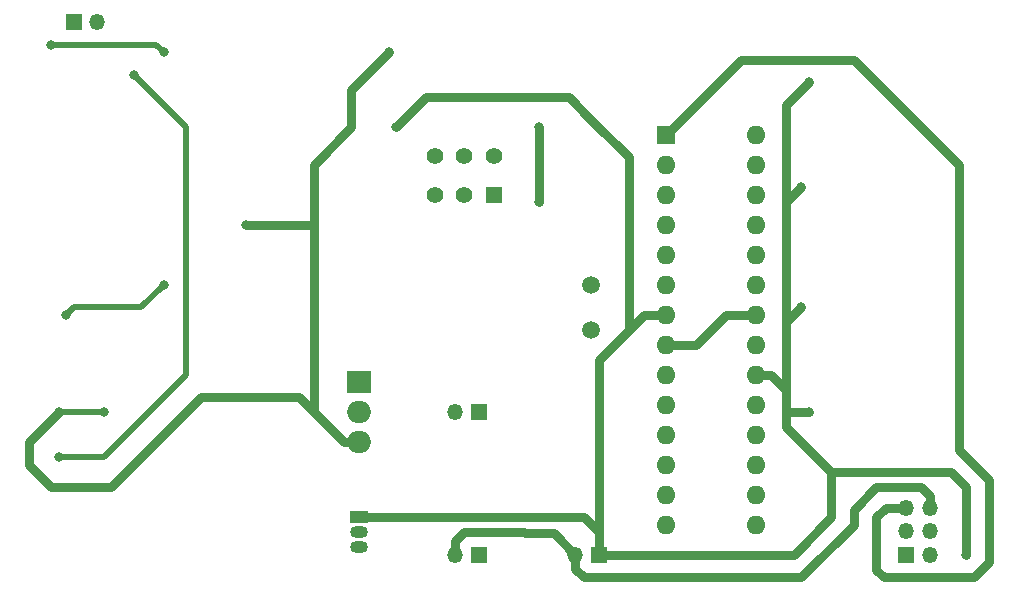
<source format=gbr>
%TF.GenerationSoftware,KiCad,Pcbnew,(5.1.6)-1*%
%TF.CreationDate,2020-08-22T17:33:05+07:00*%
%TF.ProjectId,PCB design,50434220-6465-4736-9967-6e2e6b696361,rev?*%
%TF.SameCoordinates,Original*%
%TF.FileFunction,Copper,L2,Bot*%
%TF.FilePolarity,Positive*%
%FSLAX46Y46*%
G04 Gerber Fmt 4.6, Leading zero omitted, Abs format (unit mm)*
G04 Created by KiCad (PCBNEW (5.1.6)-1) date 2020-08-22 17:33:05*
%MOMM*%
%LPD*%
G01*
G04 APERTURE LIST*
%TA.AperFunction,ComponentPad*%
%ADD10C,1.500000*%
%TD*%
%TA.AperFunction,ComponentPad*%
%ADD11C,1.400000*%
%TD*%
%TA.AperFunction,ComponentPad*%
%ADD12R,1.400000X1.400000*%
%TD*%
%TA.AperFunction,ComponentPad*%
%ADD13O,1.350000X1.350000*%
%TD*%
%TA.AperFunction,ComponentPad*%
%ADD14R,1.350000X1.350000*%
%TD*%
%TA.AperFunction,ComponentPad*%
%ADD15O,2.000000X1.905000*%
%TD*%
%TA.AperFunction,ComponentPad*%
%ADD16R,2.000000X1.905000*%
%TD*%
%TA.AperFunction,ComponentPad*%
%ADD17R,1.500000X1.050000*%
%TD*%
%TA.AperFunction,ComponentPad*%
%ADD18O,1.500000X1.050000*%
%TD*%
%TA.AperFunction,ComponentPad*%
%ADD19O,1.600000X1.600000*%
%TD*%
%TA.AperFunction,ComponentPad*%
%ADD20R,1.600000X1.600000*%
%TD*%
%TA.AperFunction,ViaPad*%
%ADD21C,0.800000*%
%TD*%
%TA.AperFunction,Conductor*%
%ADD22C,0.760000*%
%TD*%
%TA.AperFunction,Conductor*%
%ADD23C,0.500000*%
%TD*%
G04 APERTURE END LIST*
D10*
%TO.P,Y1,2*%
%TO.N,Net-(C1-Pad1)*%
X103505000Y-139075000D03*
%TO.P,Y1,1*%
%TO.N,Net-(C2-Pad1)*%
X103505000Y-142875000D03*
%TD*%
D11*
%TO.P,SW8,6*%
%TO.N,Net-(D2-Pad2)*%
X90250000Y-128145000D03*
%TO.P,SW8,5*%
%TO.N,Net-(Q1-Pad3)*%
X92750000Y-128145000D03*
%TO.P,SW8,4*%
%TO.N,/RX_ATMEGA*%
X95250000Y-128145000D03*
%TO.P,SW8,3*%
%TO.N,Net-(D1-Pad2)*%
X90250000Y-131445000D03*
%TO.P,SW8,2*%
%TO.N,Net-(Q2-Pad3)*%
X92750000Y-131445000D03*
D12*
%TO.P,SW8,1*%
%TO.N,/TX_ATMEGA*%
X95250000Y-131445000D03*
%TD*%
D13*
%TO.P,J6,2*%
%TO.N,/RX_ESP*%
X61690000Y-116840000D03*
D14*
%TO.P,J6,1*%
%TO.N,/TX_ESP*%
X59690000Y-116840000D03*
%TD*%
D15*
%TO.P,Q3,3*%
%TO.N,GND*%
X83820000Y-152400000D03*
%TO.P,Q3,2*%
%TO.N,Net-(J5-Pad2)*%
X83820000Y-149860000D03*
D16*
%TO.P,Q3,1*%
%TO.N,Net-(Q3-Pad1)*%
X83820000Y-147320000D03*
%TD*%
D13*
%TO.P,J5,2*%
%TO.N,Net-(J5-Pad2)*%
X91980000Y-149860000D03*
D14*
%TO.P,J5,1*%
%TO.N,+24V*%
X93980000Y-149860000D03*
%TD*%
D13*
%TO.P,J3,6*%
%TO.N,GND*%
X132175000Y-157925000D03*
%TO.P,J3,5*%
%TO.N,/RESET*%
X130175000Y-157925000D03*
%TO.P,J3,4*%
%TO.N,/MOSI*%
X132175000Y-159925000D03*
%TO.P,J3,3*%
%TO.N,/SCK*%
X130175000Y-159925000D03*
%TO.P,J3,2*%
%TO.N,+5V*%
X132175000Y-161925000D03*
D14*
%TO.P,J3,1*%
%TO.N,/MISO*%
X130175000Y-161925000D03*
%TD*%
D13*
%TO.P,J2,2*%
%TO.N,GND*%
X102140000Y-161925000D03*
D14*
%TO.P,J2,1*%
%TO.N,+5V*%
X104140000Y-161925000D03*
%TD*%
D13*
%TO.P,J1,2*%
%TO.N,GND*%
X91980000Y-161925000D03*
D14*
%TO.P,J1,1*%
%TO.N,+24V*%
X93980000Y-161925000D03*
%TD*%
D17*
%TO.P,U3,1*%
%TO.N,+5V*%
X83820000Y-158750000D03*
D18*
%TO.P,U3,3*%
%TO.N,+24V*%
X83820000Y-161290000D03*
%TO.P,U3,2*%
%TO.N,GND*%
X83820000Y-160020000D03*
%TD*%
D19*
%TO.P,U4,28*%
%TO.N,/BUTTON4*%
X117475000Y-126365000D03*
%TO.P,U4,14*%
%TO.N,Net-(U4-Pad14)*%
X109855000Y-159385000D03*
%TO.P,U4,27*%
%TO.N,/BUTTON3*%
X117475000Y-128905000D03*
%TO.P,U4,13*%
%TO.N,Net-(U4-Pad13)*%
X109855000Y-156845000D03*
%TO.P,U4,26*%
%TO.N,/BUTTON2*%
X117475000Y-131445000D03*
%TO.P,U4,12*%
%TO.N,/PWM*%
X109855000Y-154305000D03*
%TO.P,U4,25*%
%TO.N,/BUTTON1*%
X117475000Y-133985000D03*
%TO.P,U4,11*%
%TO.N,Net-(U4-Pad11)*%
X109855000Y-151765000D03*
%TO.P,U4,24*%
%TO.N,Net-(U4-Pad24)*%
X117475000Y-136525000D03*
%TO.P,U4,10*%
%TO.N,Net-(C2-Pad1)*%
X109855000Y-149225000D03*
%TO.P,U4,23*%
%TO.N,Net-(U4-Pad23)*%
X117475000Y-139065000D03*
%TO.P,U4,9*%
%TO.N,Net-(C1-Pad1)*%
X109855000Y-146685000D03*
%TO.P,U4,22*%
%TO.N,GND*%
X117475000Y-141605000D03*
%TO.P,U4,8*%
X109855000Y-144145000D03*
%TO.P,U4,21*%
%TO.N,Net-(U4-Pad21)*%
X117475000Y-144145000D03*
%TO.P,U4,7*%
%TO.N,+5V*%
X109855000Y-141605000D03*
%TO.P,U4,20*%
X117475000Y-146685000D03*
%TO.P,U4,6*%
%TO.N,Net-(U4-Pad6)*%
X109855000Y-139065000D03*
%TO.P,U4,19*%
%TO.N,/SCK*%
X117475000Y-149225000D03*
%TO.P,U4,5*%
%TO.N,Net-(U4-Pad5)*%
X109855000Y-136525000D03*
%TO.P,U4,18*%
%TO.N,/MISO*%
X117475000Y-151765000D03*
%TO.P,U4,4*%
%TO.N,Net-(U4-Pad4)*%
X109855000Y-133985000D03*
%TO.P,U4,17*%
%TO.N,/MOSI*%
X117475000Y-154305000D03*
%TO.P,U4,3*%
%TO.N,/TX_ATMEGA*%
X109855000Y-131445000D03*
%TO.P,U4,16*%
%TO.N,Net-(U4-Pad16)*%
X117475000Y-156845000D03*
%TO.P,U4,2*%
%TO.N,/RX_ATMEGA*%
X109855000Y-128905000D03*
%TO.P,U4,15*%
%TO.N,Net-(U4-Pad15)*%
X117475000Y-159385000D03*
D20*
%TO.P,U4,1*%
%TO.N,/RESET*%
X109855000Y-126365000D03*
%TD*%
D21*
%TO.N,GND*%
X58420000Y-149860000D03*
X62230000Y-149860000D03*
X83185000Y-125730000D03*
X74295000Y-133985000D03*
X86360000Y-119380000D03*
%TO.N,+5V*%
X135255000Y-161925000D03*
X121920000Y-149860000D03*
X121285000Y-140970000D03*
X121285000Y-130810000D03*
X121920000Y-121920000D03*
X103505000Y-125095000D03*
X86995000Y-125730000D03*
%TO.N,+3V3*%
X99060000Y-125730000D03*
X99060000Y-132080000D03*
%TO.N,Net-(R4-Pad1)*%
X59055000Y-141605000D03*
X67310000Y-139065000D03*
%TO.N,/SD_CS*%
X58420000Y-153670000D03*
X64770000Y-121285000D03*
%TO.N,Net-(SW3-Pad2)*%
X57785000Y-118745000D03*
X67310000Y-119380000D03*
%TD*%
D22*
%TO.N,GND*%
X109855000Y-144145000D02*
X112395000Y-144145000D01*
X114935000Y-141605000D02*
X117475000Y-141605000D01*
X112395000Y-144145000D02*
X114935000Y-141605000D01*
X132175000Y-157925000D02*
X132175000Y-156940000D01*
X132175000Y-156940000D02*
X131445000Y-156210000D01*
X131445000Y-156210000D02*
X127635000Y-156210000D01*
X127635000Y-156210000D02*
X125730000Y-158115000D01*
X125730000Y-158115000D02*
X125730000Y-159385000D01*
X125730000Y-159385000D02*
X121285000Y-163830000D01*
X121285000Y-163830000D02*
X102870000Y-163830000D01*
X102140000Y-163100000D02*
X102140000Y-161925000D01*
X102870000Y-163830000D02*
X102140000Y-163100000D01*
D23*
X58420000Y-149860000D02*
X61595000Y-149860000D01*
X62230000Y-149860000D02*
X61595000Y-149860000D01*
D22*
X83820000Y-152400000D02*
X82550000Y-152400000D01*
X78740000Y-148590000D02*
X70485000Y-148590000D01*
X82550000Y-152400000D02*
X78740000Y-148590000D01*
X70485000Y-148590000D02*
X62865000Y-156210000D01*
X62865000Y-156210000D02*
X57785000Y-156210000D01*
X57785000Y-156210000D02*
X55880000Y-154305000D01*
X55880000Y-152400000D02*
X58420000Y-149860000D01*
X55880000Y-154305000D02*
X55880000Y-152400000D01*
X102140000Y-161925000D02*
X100330000Y-160115000D01*
X97885000Y-160115000D02*
X97790000Y-160020000D01*
X100330000Y-160115000D02*
X97885000Y-160115000D01*
X97790000Y-160020000D02*
X92710000Y-160020000D01*
X91980000Y-160750000D02*
X91980000Y-161925000D01*
X92710000Y-160020000D02*
X91980000Y-160750000D01*
X83185000Y-125730000D02*
X80010000Y-128905000D01*
X74295000Y-133985000D02*
X80010000Y-133985000D01*
X80010000Y-128905000D02*
X80010000Y-133985000D01*
X80010000Y-133985000D02*
X80010000Y-149860000D01*
X83185000Y-122555000D02*
X83185000Y-125730000D01*
X86360000Y-119380000D02*
X83185000Y-122555000D01*
%TO.N,+5V*%
X135255000Y-161925000D02*
X135255000Y-156210000D01*
X135255000Y-156210000D02*
X133985000Y-154940000D01*
X133985000Y-154940000D02*
X123825000Y-154940000D01*
X123825000Y-154940000D02*
X120015000Y-151130000D01*
X118745000Y-146685000D02*
X117475000Y-146685000D01*
X120015000Y-147955000D02*
X118745000Y-146685000D01*
X104140000Y-161925000D02*
X120650000Y-161925000D01*
X123825000Y-158750000D02*
X123825000Y-154940000D01*
X120650000Y-161925000D02*
X123825000Y-158750000D01*
X83820000Y-158750000D02*
X102870000Y-158750000D01*
X104140000Y-160020000D02*
X104140000Y-161925000D01*
X102870000Y-158750000D02*
X104140000Y-160020000D01*
X109855000Y-141605000D02*
X107950000Y-141605000D01*
X104140000Y-145415000D02*
X104140000Y-161925000D01*
X121920000Y-149860000D02*
X120015000Y-149860000D01*
X120015000Y-151130000D02*
X120015000Y-149860000D01*
X120015000Y-149860000D02*
X120015000Y-147955000D01*
X120015000Y-142240000D02*
X120015000Y-147955000D01*
X121285000Y-140970000D02*
X120015000Y-142240000D01*
X120015000Y-132080000D02*
X120015000Y-142240000D01*
X121285000Y-130810000D02*
X120015000Y-132080000D01*
X120015000Y-123825000D02*
X120015000Y-132080000D01*
X121920000Y-121920000D02*
X120015000Y-123825000D01*
X106680000Y-128270000D02*
X106680000Y-142875000D01*
X103505000Y-125095000D02*
X106680000Y-128270000D01*
X107950000Y-141605000D02*
X106680000Y-142875000D01*
X106680000Y-142875000D02*
X104140000Y-145415000D01*
X86995000Y-125730000D02*
X89535000Y-123190000D01*
X101600000Y-123190000D02*
X103505000Y-125095000D01*
X89535000Y-123190000D02*
X101600000Y-123190000D01*
%TO.N,/RESET*%
X112395000Y-123825000D02*
X109855000Y-126365000D01*
X116205000Y-120015000D02*
X112395000Y-123825000D01*
X137160000Y-162560000D02*
X137160000Y-155575000D01*
X127635000Y-158750000D02*
X127635000Y-163195000D01*
X130175000Y-157925000D02*
X128460000Y-157925000D01*
X128460000Y-157925000D02*
X127635000Y-158750000D01*
X128270000Y-163830000D02*
X135890000Y-163830000D01*
X135890000Y-163830000D02*
X137160000Y-162560000D01*
X127635000Y-163195000D02*
X128270000Y-163830000D01*
X137160000Y-155575000D02*
X134620000Y-153035000D01*
X134620000Y-153035000D02*
X134620000Y-128905000D01*
X134620000Y-128905000D02*
X125730000Y-120015000D01*
X125730000Y-120015000D02*
X116205000Y-120015000D01*
%TO.N,+3V3*%
X99060000Y-125730000D02*
X99060000Y-132080000D01*
D23*
%TO.N,Net-(R4-Pad1)*%
X59055000Y-141605000D02*
X59690000Y-140970000D01*
X59690000Y-140970000D02*
X65405000Y-140970000D01*
X65405000Y-140970000D02*
X67310000Y-139065000D01*
%TO.N,/SD_CS*%
X58420000Y-153670000D02*
X62230000Y-153670000D01*
X62230000Y-153670000D02*
X69215000Y-146685000D01*
X69215000Y-146685000D02*
X69215000Y-125730000D01*
X64770000Y-121285000D02*
X69215000Y-125730000D01*
%TO.N,Net-(SW3-Pad2)*%
X66040000Y-118745000D02*
X57785000Y-118745000D01*
X66675000Y-118745000D02*
X66040000Y-118745000D01*
X67310000Y-119380000D02*
X66675000Y-118745000D01*
%TD*%
M02*

</source>
